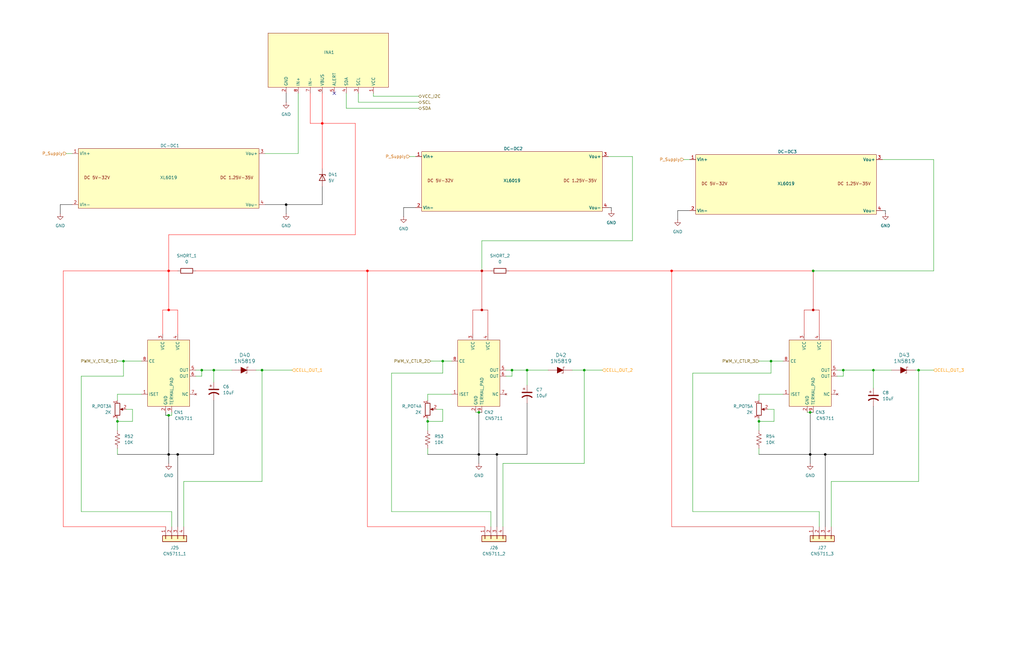
<source format=kicad_sch>
(kicad_sch (version 20231120) (generator "eeschema") (generator_version "8.0")
  (paper "B")
  (title_block (title "BATER-IA") (date "2024-11-03") (rev "001") (company "CETI") (comment 1 "Proyecto de titulacion") (comment 2 "Diseño Electronico y Sistemas Inteligentes"))
  (lib_symbols
    (symbol "CHN_DC_DC:XL6019_Module"
      (property "Reference" "DC-DC1" (at 0.508 13.462 0))
      (property "Value" "XL6019" (at 0 0 0))
      (property "Footprint" "CHN_DCDC:XL6019 MODULE" (at 0 -1.27 0))
      (symbol "XL6019_Module_1_1"
        (rectangle (start -38.1 12.192) (end 38.1 -12.954) (fill (type background)))
        (text "DC 1.25V-35V" (at 28.702 0 0) (effects (font (size 1.27 1.27))))
        (text "DC 5V-32V" (at -30.226 0 0) (effects (font (size 1.27 1.27))))
        (pin input line (at -40.64 10.16 0) (length 2.54) (name "Vin+") (number "1"))
        (pin input line (at -40.64 -11.43 0) (length 2.54) (name "Vin-") (number "2"))
        (pin output line (at 40.64 10.16 180) (length 2.54) (name "Vou+") (number "3"))
        (pin output line (at 40.64 -11.43 180) (length 2.54) (name "Vou-") (number "4"))
      )
    )
    (symbol "CN5711_2"
      (property "Reference" "CN5711" (at 0 0 0))
      (symbol "CN5711_2_1_0"
        (pin output line (at 1.27 -16.51 90) (length 2.54) (name "TERMAL_PAD") (number "9"))
      )
      (symbol "CN5711_2_1_1"
        (rectangle (start -8.89 13.97) (end 8.89 -13.97) (fill (type background)))
        (pin input line (at -11.43 -8.89 0) (length 2.54) (name "ISET") (number "1"))
        (pin output line (at -1.27 -16.51 90) (length 2.54) (name "GND") (number "2"))
        (pin input line (at -2.54 16.51 270) (length 2.54) (name "VCC") (number "3"))
        (pin input line (at 3.81 16.51 270) (length 2.54) (name "VCC") (number "4"))
        (pin output line (at 11.43 1.27 180) (length 2.54) (name "OUT") (number "5"))
        (pin output line (at 11.43 -1.27 180) (length 2.54) (name "OUT") (number "6"))
        (pin no_connect line (at 11.43 -8.89 180) (length 2.54) (name "NC") (number "7"))
        (pin input line (at -11.43 5.08 0) (length 2.54) (name "CE") (number "8"))
      )
    )
    (symbol "Connector_Generic:Conn_01x04" (pin_names (offset 1.016) hide)
      (property "Reference" "J" (at 0 5.08 0))
      (property "Value" "Conn_01x04" (at 0 -7.62 0))
      (symbol "Conn_01x04_1_1"
        (rectangle (start -1.27 -4.953) (end 0 -5.207) (stroke (width 0.1524)))
        (rectangle (start -1.27 -2.413) (end 0 -2.667) (stroke (width 0.1524)))
        (rectangle (start -1.27 0.127) (end 0 -0.127) (stroke (width 0.1524)))
        (rectangle (start -1.27 2.667) (end 0 2.413) (stroke (width 0.1524)))
        (rectangle (start -1.27 3.81) (end 1.27 -6.35) (stroke (width 0.254)) (fill (type background)))
        (pin passive line (at -5.08 2.54 0) (length 3.81) (name "Pin_1") (number "1"))
        (pin passive line (at -5.08 0 0) (length 3.81) (name "Pin_2") (number "2"))
        (pin passive line (at -5.08 -2.54 0) (length 3.81) (name "Pin_3") (number "3"))
        (pin passive line (at -5.08 -5.08 0) (length 3.81) (name "Pin_4") (number "4"))
      )
    )
    (symbol "Device:C_Polarized_US" (pin_numbers hide) (pin_names (offset 0.254) hide)
      (property "Reference" "C" (at 0.635 2.54 0))
      (property "Value" "C_Polarized_US" (at 0.635 -2.54 0))
      (symbol "C_Polarized_US_0_1"
        (polyline (pts (xy -2.032 0.762) (xy 2.032 0.762)) (stroke (width 0.508)))
        (polyline (pts (xy -1.778 2.286) (xy -0.762 2.286)))
        (polyline (pts (xy -1.27 1.778) (xy -1.27 2.794)))
        (arc (start 2.032 -1.27) (mid 0 -0.5572) (end -2.032 -1.27) (stroke (width 0.508)))
      )
      (symbol "C_Polarized_US_1_1"
        (pin passive line (at 0 3.81 270) (length 2.794) (name "~") (number "1"))
        (pin passive line (at 0 -3.81 90) (length 3.302) (name "~") (number "2"))
      )
    )
    (symbol "Device:D_Zener" (pin_numbers hide) (pin_names (offset 1.016) hide)
      (property "Reference" "D" (at 0 2.54 0))
      (property "Value" "D_Zener" (at 0 -2.54 0))
      (symbol "D_Zener_0_1"
        (polyline (pts (xy 1.27 0) (xy -1.27 0)))
        (polyline (pts (xy -1.27 -1.27) (xy -1.27 1.27) (xy -0.762 1.27)) (stroke (width 0.254)))
        (polyline (pts (xy 1.27 -1.27) (xy 1.27 1.27) (xy -1.27 0) (xy 1.27 -1.27)) (stroke (width 0.254)))
      )
      (symbol "D_Zener_1_1"
        (pin passive line (at -3.81 0 0) (length 2.54) (name "K") (number "1"))
        (pin passive line (at 3.81 0 180) (length 2.54) (name "A") (number "2"))
      )
    )
    (symbol "Device:R" (pin_numbers hide) (pin_names (offset 0))
      (property "Reference" "R" (at 2.032 0 90))
      (property "Value" "R" (at 0 0 90))
      (symbol "R_0_1"
        (rectangle (start -1.016 -2.54) (end 1.016 2.54) (stroke (width 0.254)))
      )
      (symbol "R_1_1"
        (pin passive line (at 0 3.81 270) (length 1.27) (name "~") (number "1"))
        (pin passive line (at 0 -3.81 90) (length 1.27) (name "~") (number "2"))
      )
    )
    (symbol "Device:R_Potentiometer_Dual_Separate" (pin_names (offset 1.016) hide)
      (property "Reference" "RV" (at -4.445 0 90))
      (property "Value" "R_Potentiometer_Dual_Separate" (at -2.54 0 90))
      (symbol "R_Potentiometer_Dual_Separate_0_1"
        (polyline (pts (xy 2.54 0) (xy 1.524 0)))
        (polyline (pts (xy 1.143 0) (xy 2.286 0.508) (xy 2.286 -0.508) (xy 1.143 0)) (fill (type outline)))
        (rectangle (start 1.016 2.54) (end -1.016 -2.54) (stroke (width 0.254)))
      )
      (symbol "R_Potentiometer_Dual_Separate_1_1"
        (pin passive line (at 0 3.81 270) (length 1.27) (name "1") (number "1"))
        (pin passive line (at 3.81 0 180) (length 1.27) (name "2") (number "2"))
        (pin passive line (at 0 -3.81 90) (length 1.27) (name "3") (number "3"))
      )
      (symbol "R_Potentiometer_Dual_Separate_2_1"
        (pin passive line (at 0 3.81 270) (length 1.27) (name "4") (number "4"))
        (pin passive line (at 3.81 0 180) (length 1.27) (name "5") (number "5"))
        (pin passive line (at 0 -3.81 90) (length 1.27) (name "6") (number "6"))
      )
    )
    (symbol "Device:R_US" (pin_numbers hide) (pin_names (offset 0))
      (property "Reference" "R" (at 2.54 0 90))
      (property "Value" "R_US" (at -2.54 0 90))
      (symbol "R_US_0_1"
        (polyline (pts (xy 0 -2.286) (xy 0 -2.54)))
        (polyline (pts (xy 0 2.286) (xy 0 2.54)))
        (polyline (pts (xy 0 -0.762) (xy 1.016 -1.143) (xy 0 -1.524) (xy -1.016 -1.905) (xy 0 -2.286)))
        (polyline (pts (xy 0 0.762) (xy 1.016 0.381) (xy 0 0) (xy -1.016 -0.381) (xy 0 -0.762)))
        (polyline (pts (xy 0 2.286) (xy 1.016 1.905) (xy 0 1.524) (xy -1.016 1.143) (xy 0 0.762)))
      )
      (symbol "R_US_1_1"
        (pin passive line (at 0 3.81 270) (length 1.27) (name "~") (number "1"))
        (pin passive line (at 0 -3.81 90) (length 1.27) (name "~") (number "2"))
      )
    )
    (symbol "GENERIC_MODULES:INA226_Module"
      (property "Reference" "INA1" (at -2.54 14.732 0))
      (symbol "INA226_Module_1_1"
        (rectangle (start -25.4 22.86) (end 25.4 0) (fill (type background)))
        (pin input line (at -19.05 -2.54 90) (length 2.54) (name "VCC") (number "1"))
        (pin output line (at 17.78 -2.54 90) (length 2.54) (name "GND") (number "2"))
        (pin input line (at -12.7 -2.54 90) (length 2.54) (name "SCL") (number "3"))
        (pin input line (at -7.62 -2.54 90) (length 2.54) (name "SDA") (number "4"))
        (pin input line (at -2.54 -2.54 90) (length 2.54) (name "ALERT") (number "5"))
        (pin input line (at 2.54 -2.54 90) (length 2.54) (name "VBUS") (number "6"))
        (pin input line (at 7.62 -2.54 90) (length 2.54) (name "IN-") (number "7"))
        (pin input line (at 12.7 -2.54 90) (length 2.54) (name "IN+") (number "8"))
      )
    )
    (symbol "MySymbols:CN5711"
      (property "Reference" "CN5711" (at 0 0 0))
      (symbol "CN5711_1_0"
        (pin output line (at 1.27 -16.51 90) (length 2.54) (name "TERMAL_PAD") (number "9"))
      )
      (symbol "CN5711_1_1"
        (rectangle (start -8.89 13.97) (end 8.89 -13.97) (fill (type background)))
        (pin input line (at -11.43 -8.89 0) (length 2.54) (name "ISET") (number "1"))
        (pin output line (at -1.27 -16.51 90) (length 2.54) (name "GND") (number "2"))
        (pin input line (at -2.54 16.51 270) (length 2.54) (name "VCC") (number "3"))
        (pin input line (at 3.81 16.51 270) (length 2.54) (name "VCC") (number "4"))
        (pin output line (at 11.43 1.27 180) (length 2.54) (name "OUT") (number "5"))
        (pin output line (at 11.43 -1.27 180) (length 2.54) (name "OUT") (number "6"))
        (pin no_connect line (at 11.43 -8.89 180) (length 2.54) (name "NC") (number "7"))
        (pin input line (at -11.43 5.08 0) (length 2.54) (name "CE") (number "8"))
      )
    )
    (symbol "dk_Diodes-Rectifiers-Single:1N5819" (pin_numbers hide) (pin_names (offset 0) hide)
      (property "Reference" "D" (at 0 2.54 0))
      (property "Value" "1N5819" (at 0 -3.81 0))
      (symbol "1N5819_0_1"
        (polyline (pts (xy 1.27 -1.27) (xy 0.635 -1.27)))
        (polyline (pts (xy 1.27 1.27) (xy 1.27 -1.27)))
        (polyline (pts (xy 1.27 1.27) (xy 1.905 1.27)))
        (polyline (pts (xy -1.27 1.27) (xy -1.27 -1.27) (xy 1.27 0) (xy -1.27 1.27)) (fill (type outline)))
      )
      (symbol "1N5819_1_1"
        (pin passive line (at -5.08 0 0) (length 3.81) (name "~") (number "A"))
        (pin passive line (at 5.08 0 180) (length 3.81) (name "~") (number "K"))
      )
    )
    (symbol "power:GND" (power) (pin_numbers hide) (pin_names (offset 0) hide)
      (property "Value" "GND" (at 0 -3.81 0))
      (symbol "GND_0_1"
        (polyline (pts (xy 0 0) (xy 0 -1.27) (xy 1.27 -1.27) (xy 0 -2.54) (xy -1.27 -1.27) (xy 0 -1.27)))
      )
      (symbol "GND_1_1"
        (pin power_in line (at 0 0 270) (length 0) (name "~") (number "1"))
      )
    )
  )
  (junction (at 203.2 130.81) (color 194 0 0 1))
  (junction (at 355.6 156.21))
  (junction (at 215.9 156.21))
  (junction (at 120.65 86.36) (color 0 0 0 1))
  (junction (at 154.94 114.3) (color 255 0 0 1))
  (junction (at 222.25 156.21))
  (junction (at 387.35 156.21))
  (junction (at 71.12 114.3) (color 255 0 0 1))
  (junction (at 368.3 156.21))
  (junction (at 347.98 191.77) (color 0 0 0 1))
  (junction (at 341.63 173.99))
  (junction (at 110.49 156.21))
  (junction (at 74.93 191.77) (color 0 0 0 1))
  (junction (at 49.53 177.8))
  (junction (at 180.34 177.8))
  (junction (at 283.21 114.3) (color 255 0 0 1))
  (junction (at 71.12 191.77) (color 0 0 0 1))
  (junction (at 201.93 191.77) (color 0 0 0 1))
  (junction (at 201.93 173.99))
  (junction (at 320.04 177.8))
  (junction (at 203.2 114.3) (color 194 0 0 1))
  (junction (at 325.12 152.4))
  (junction (at 71.12 130.81) (color 255 0 0 1))
  (junction (at 71.12 175.26))
  (junction (at 52.07 152.4))
  (junction (at 85.09 156.21))
  (junction (at 342.9 130.81) (color 194 0 0 1))
  (junction (at 186.69 152.4))
  (junction (at 90.17 156.21))
  (junction (at 341.63 191.77) (color 0 0 0 1))
  (junction (at 209.55 191.77) (color 0 0 0 1))
  (junction (at 246.38 156.21))
  (junction (at 342.9 114.3))
  (junction (at 135.89 52.07) (color 255 0 0 1))
  (no_connect (at 140.97 39.37))
  (wire (pts (xy 246.38 156.21) (xy 254 156.21)))
  (wire (pts (xy 387.35 203.2) (xy 387.35 156.21)))
  (wire (pts (xy 180.34 177.8) (xy 180.34 181.61)))
  (wire (pts (xy 180.34 166.37) (xy 180.34 168.91)))
  (wire (pts (xy 25.4 86.36) (xy 30.48 86.36)) (stroke (width 0) (color 0 0 0 1)))
  (wire (pts (xy 320.04 166.37) (xy 320.04 168.91)))
  (wire (pts (xy 74.93 191.77) (xy 74.93 222.25)) (stroke (width 0) (color 0 0 0 1)))
  (wire (pts (xy 125.73 64.77) (xy 111.76 64.77)))
  (wire (pts (xy 52.07 158.75) (xy 52.07 152.4)))
  (wire (pts (xy 330.2 166.37) (xy 320.04 166.37)))
  (wire (pts (xy 215.9 156.21) (xy 215.9 158.75)))
  (wire (pts (xy 186.69 157.48) (xy 186.69 152.4)))
  (wire (pts (xy 151.13 43.18) (xy 176.53 43.18)))
  (wire (pts (xy 201.93 173.99) (xy 203.2 173.99)) (stroke (width 0) (color 0 0 0 1)))
  (wire (pts (xy 222.25 170.18) (xy 222.25 191.77)) (stroke (width 0) (color 0 0 0 1)))
  (wire (pts (xy 222.25 156.21) (xy 231.14 156.21)))
  (wire (pts (xy 214.63 114.3) (xy 283.21 114.3)) (stroke (width 0) (color 255 0 0 1)))
  (wire (pts (xy 201.93 173.99) (xy 201.93 191.77)) (stroke (width 0) (color 0 0 0 1)))
  (wire (pts (xy 368.3 156.21) (xy 368.3 163.83)))
  (wire (pts (xy 213.36 158.75) (xy 215.9 158.75)))
  (wire (pts (xy 26.67 114.3) (xy 71.12 114.3)) (stroke (width 0) (color 255 0 0 1)))
  (wire (pts (xy 368.3 171.45) (xy 368.3 191.77)) (stroke (width 0) (color 0 0 0 1)))
  (wire (pts (xy 111.76 86.36) (xy 120.65 86.36)) (stroke (width 0) (color 0 0 0 1)))
  (wire (pts (xy 340.36 173.99) (xy 341.63 173.99)))
  (wire (pts (xy 71.12 130.81) (xy 71.12 114.3)) (stroke (width 0) (color 255 0 0 1)))
  (wire (pts (xy 69.85 222.25) (xy 26.67 222.25)) (stroke (width 0) (color 255 0 0 1)))
  (wire (pts (xy 292.1 215.9) (xy 292.1 157.48)))
  (wire (pts (xy 85.09 156.21) (xy 90.17 156.21)))
  (wire (pts (xy 172.72 66.04) (xy 175.26 66.04)))
  (wire (pts (xy 120.65 39.37) (xy 120.65 43.18)) (stroke (width 0) (color 0 0 0 1)))
  (wire (pts (xy 71.12 130.81) (xy 74.93 130.81)) (stroke (width 0) (color 255 0 0 1)))
  (wire (pts (xy 205.74 140.97) (xy 205.74 130.81)) (stroke (width 0) (color 194 0 0 1)))
  (wire (pts (xy 256.54 87.63) (xy 257.81 87.63)) (stroke (width 0) (color 0 0 0 1)))
  (wire (pts (xy 256.54 66.04) (xy 266.7 66.04)))
  (wire (pts (xy 157.48 40.64) (xy 176.53 40.64)))
  (wire (pts (xy 154.94 222.25) (xy 154.94 114.3)) (stroke (width 0) (color 255 0 0 1)))
  (wire (pts (xy 135.89 78.74) (xy 135.89 86.36)) (stroke (width 0) (color 0 0 0 1)))
  (wire (pts (xy 387.35 156.21) (xy 393.7 156.21)))
  (wire (pts (xy 170.18 91.44) (xy 170.18 87.63)) (stroke (width 0) (color 0 0 0 1)))
  (wire (pts (xy 59.69 166.37) (xy 49.53 166.37)))
  (wire (pts (xy 181.61 152.4) (xy 186.69 152.4)))
  (wire (pts (xy 110.49 156.21) (xy 123.19 156.21)))
  (wire (pts (xy 146.05 39.37) (xy 146.05 45.72)))
  (wire (pts (xy 49.53 152.4) (xy 52.07 152.4)))
  (wire (pts (xy 200.66 173.99) (xy 201.93 173.99)))
  (wire (pts (xy 135.89 52.07) (xy 135.89 71.12)) (stroke (width 0) (color 255 0 0 1)))
  (wire (pts (xy 149.86 99.06) (xy 71.12 99.06)) (stroke (width 0) (color 255 0 0 1)))
  (wire (pts (xy 373.38 88.9) (xy 373.38 90.17)) (stroke (width 0) (color 0 0 0 1)))
  (wire (pts (xy 341.63 173.99) (xy 342.9 173.99)) (stroke (width 0) (color 0 0 0 1)))
  (wire (pts (xy 355.6 156.21) (xy 368.3 156.21)))
  (wire (pts (xy 342.9 130.81) (xy 345.44 130.81)) (stroke (width 0) (color 194 0 0 1)))
  (wire (pts (xy 186.69 177.8) (xy 180.34 177.8)))
  (wire (pts (xy 135.89 52.07) (xy 149.86 52.07)) (stroke (width 0) (color 255 0 0 1)))
  (wire (pts (xy 222.25 191.77) (xy 209.55 191.77)) (stroke (width 0) (color 0 0 0 1)))
  (wire (pts (xy 199.39 130.81) (xy 203.2 130.81)) (stroke (width 0) (color 194 0 0 1)))
  (wire (pts (xy 90.17 156.21) (xy 90.17 161.29)))
  (wire (pts (xy 209.55 191.77) (xy 201.93 191.77)) (stroke (width 0) (color 0 0 0 1)))
  (wire (pts (xy 341.63 191.77) (xy 341.63 195.58)) (stroke (width 0) (color 0 0 0 1)))
  (wire (pts (xy 82.55 114.3) (xy 154.94 114.3)) (stroke (width 0) (color 255 0 0 1)))
  (wire (pts (xy 342.9 130.81) (xy 342.9 114.3)) (stroke (width 0) (color 194 0 0 1)))
  (wire (pts (xy 347.98 191.77) (xy 347.98 222.25)) (stroke (width 0) (color 0 0 0 1)))
  (wire (pts (xy 82.55 156.21) (xy 85.09 156.21)))
  (wire (pts (xy 292.1 157.48) (xy 325.12 157.48)))
  (wire (pts (xy 342.9 222.25) (xy 283.21 222.25)) (stroke (width 0) (color 194 0 0 1)))
  (wire (pts (xy 53.34 172.72) (xy 55.88 172.72)))
  (wire (pts (xy 77.47 203.2) (xy 110.49 203.2)))
  (wire (pts (xy 49.53 177.8) (xy 49.53 181.61)))
  (wire (pts (xy 34.29 215.9) (xy 34.29 158.75)))
  (wire (pts (xy 201.93 191.77) (xy 180.34 191.77)) (stroke (width 0) (color 0 0 0 1)))
  (wire (pts (xy 353.06 158.75) (xy 355.6 158.75)))
  (wire (pts (xy 350.52 222.25) (xy 350.52 203.2)))
  (wire (pts (xy 203.2 114.3) (xy 207.01 114.3)) (stroke (width 0) (color 255 0 0 1)))
  (wire (pts (xy 246.38 195.58) (xy 246.38 156.21)))
  (wire (pts (xy 368.3 191.77) (xy 347.98 191.77)) (stroke (width 0) (color 0 0 0 1)))
  (wire (pts (xy 149.86 52.07) (xy 149.86 99.06)) (stroke (width 0) (color 255 0 0 1)))
  (wire (pts (xy 283.21 114.3) (xy 342.9 114.3)) (stroke (width 0) (color 255 0 0 1)))
  (wire (pts (xy 203.2 130.81) (xy 205.74 130.81)) (stroke (width 0) (color 194 0 0 1)))
  (wire (pts (xy 77.47 222.25) (xy 77.47 203.2)))
  (wire (pts (xy 368.3 156.21) (xy 375.92 156.21)))
  (wire (pts (xy 120.65 86.36) (xy 120.65 90.17)) (stroke (width 0) (color 0 0 0 1)))
  (wire (pts (xy 345.44 215.9) (xy 292.1 215.9)))
  (wire (pts (xy 341.63 191.77) (xy 320.04 191.77)) (stroke (width 0) (color 0 0 0 1)))
  (wire (pts (xy 345.44 140.97) (xy 345.44 130.81)) (stroke (width 0) (color 194 0 0 1)))
  (wire (pts (xy 285.75 92.71) (xy 285.75 88.9)) (stroke (width 0) (color 0 0 0 1)))
  (wire (pts (xy 323.85 172.72) (xy 326.39 172.72)))
  (wire (pts (xy 90.17 156.21) (xy 97.79 156.21)))
  (wire (pts (xy 212.09 195.58) (xy 212.09 222.25)))
  (wire (pts (xy 186.69 152.4) (xy 190.5 152.4)))
  (wire (pts (xy 71.12 114.3) (xy 74.93 114.3)) (stroke (width 0) (color 255 0 0 1)))
  (wire (pts (xy 49.53 191.77) (xy 71.12 191.77)) (stroke (width 0) (color 0 0 0 1)))
  (wire (pts (xy 135.89 39.37) (xy 135.89 52.07)) (stroke (width 0) (color 255 0 0 1)))
  (wire (pts (xy 199.39 130.81) (xy 199.39 140.97)) (stroke (width 0) (color 194 0 0 1)))
  (wire (pts (xy 186.69 172.72) (xy 186.69 177.8)))
  (wire (pts (xy 72.39 173.99) (xy 72.39 175.26)))
  (wire (pts (xy 201.93 191.77) (xy 201.93 195.58)) (stroke (width 0) (color 0 0 0 1)))
  (wire (pts (xy 325.12 152.4) (xy 330.2 152.4)))
  (wire (pts (xy 213.36 156.21) (xy 215.9 156.21)))
  (wire (pts (xy 68.58 130.81) (xy 71.12 130.81)) (stroke (width 0) (color 255 0 0 1)))
  (wire (pts (xy 353.06 156.21) (xy 355.6 156.21)))
  (wire (pts (xy 82.55 158.75) (xy 85.09 158.75)))
  (wire (pts (xy 154.94 114.3) (xy 203.2 114.3)) (stroke (width 0) (color 255 0 0 1)))
  (wire (pts (xy 266.7 66.04) (xy 266.7 101.6)))
  (wire (pts (xy 320.04 189.23) (xy 320.04 191.77)))
  (wire (pts (xy 69.85 173.99) (xy 69.85 175.26)) (stroke (width 0) (color 0 0 0 1)))
  (wire (pts (xy 209.55 191.77) (xy 209.55 222.25)) (stroke (width 0) (color 0 0 0 1)))
  (wire (pts (xy 372.11 88.9) (xy 373.38 88.9)) (stroke (width 0) (color 0 0 0 1)))
  (wire (pts (xy 71.12 175.26) (xy 71.12 191.77)) (stroke (width 0) (color 0 0 0 1)))
  (wire (pts (xy 180.34 176.53) (xy 180.34 177.8)))
  (wire (pts (xy 26.67 114.3) (xy 26.67 222.25)) (stroke (width 0) (color 255 0 0 1)))
  (wire (pts (xy 49.53 189.23) (xy 49.53 191.77)))
  (wire (pts (xy 74.93 140.97) (xy 74.93 130.81)) (stroke (width 0) (color 255 0 0 1)))
  (wire (pts (xy 52.07 152.4) (xy 59.69 152.4)))
  (wire (pts (xy 180.34 189.23) (xy 180.34 191.77)))
  (wire (pts (xy 347.98 191.77) (xy 341.63 191.77)) (stroke (width 0) (color 0 0 0 1)))
  (wire (pts (xy 151.13 39.37) (xy 151.13 43.18)))
  (wire (pts (xy 215.9 156.21) (xy 222.25 156.21)))
  (wire (pts (xy 165.1 215.9) (xy 165.1 157.48)))
  (wire (pts (xy 288.29 67.31) (xy 290.83 67.31)))
  (wire (pts (xy 25.4 90.17) (xy 25.4 86.36)) (stroke (width 0) (color 0 0 0 1)))
  (wire (pts (xy 49.53 176.53) (xy 49.53 177.8)))
  (wire (pts (xy 386.08 156.21) (xy 387.35 156.21)))
  (wire (pts (xy 71.12 191.77) (xy 71.12 195.58)) (stroke (width 0) (color 0 0 0 1)))
  (wire (pts (xy 212.09 195.58) (xy 246.38 195.58)))
  (wire (pts (xy 157.48 40.64) (xy 157.48 39.37)))
  (wire (pts (xy 90.17 191.77) (xy 74.93 191.77)) (stroke (width 0) (color 0 0 0 1)))
  (wire (pts (xy 125.73 39.37) (xy 125.73 64.77)))
  (wire (pts (xy 130.81 39.37) (xy 130.81 52.07)) (stroke (width 0) (color 255 0 0 1)))
  (wire (pts (xy 190.5 166.37) (xy 180.34 166.37)))
  (wire (pts (xy 320.04 152.4) (xy 325.12 152.4)))
  (wire (pts (xy 184.15 172.72) (xy 186.69 172.72)))
  (wire (pts (xy 71.12 99.06) (xy 71.12 114.3)) (stroke (width 0) (color 255 0 0 1)))
  (wire (pts (xy 49.53 166.37) (xy 49.53 168.91)))
  (wire (pts (xy 325.12 157.48) (xy 325.12 152.4)))
  (wire (pts (xy 72.39 175.26) (xy 71.12 175.26)))
  (wire (pts (xy 283.21 222.25) (xy 283.21 114.3)) (stroke (width 0) (color 255 0 0 1)))
  (wire (pts (xy 339.09 130.81) (xy 342.9 130.81)) (stroke (width 0) (color 194 0 0 1)))
  (wire (pts (xy 27.94 64.77) (xy 30.48 64.77)))
  (wire (pts (xy 203.2 101.6) (xy 203.2 114.3)))
  (wire (pts (xy 34.29 158.75) (xy 52.07 158.75)))
  (wire (pts (xy 204.47 222.25) (xy 154.94 222.25)) (stroke (width 0) (color 255 0 0 1)))
  (wire (pts (xy 55.88 177.8) (xy 49.53 177.8)))
  (wire (pts (xy 355.6 156.21) (xy 355.6 158.75)))
  (wire (pts (xy 393.7 67.31) (xy 393.7 114.3)))
  (wire (pts (xy 135.89 86.36) (xy 120.65 86.36)) (stroke (width 0) (color 0 0 0 1)))
  (wire (pts (xy 55.88 172.72) (xy 55.88 177.8)))
  (wire (pts (xy 90.17 168.91) (xy 90.17 191.77)) (stroke (width 0) (color 0 0 0 1)))
  (wire (pts (xy 350.52 203.2) (xy 387.35 203.2)))
  (wire (pts (xy 257.81 87.63) (xy 257.81 88.9)) (stroke (width 0) (color 0 0 0 1)))
  (wire (pts (xy 320.04 177.8) (xy 320.04 181.61)))
  (wire (pts (xy 165.1 157.48) (xy 186.69 157.48)))
  (wire (pts (xy 339.09 130.81) (xy 339.09 140.97)) (stroke (width 0) (color 194 0 0 1)))
  (wire (pts (xy 71.12 175.26) (xy 69.85 175.26)) (stroke (width 0) (color 0 0 0 1)))
  (wire (pts (xy 72.39 222.25) (xy 72.39 215.9)))
  (wire (pts (xy 68.58 130.81) (xy 68.58 140.97)) (stroke (width 0) (color 255 0 0 1)))
  (wire (pts (xy 326.39 172.72) (xy 326.39 177.8)))
  (wire (pts (xy 320.04 176.53) (xy 320.04 177.8)))
  (wire (pts (xy 341.63 173.99) (xy 341.63 191.77)) (stroke (width 0) (color 0 0 0 1)))
  (wire (pts (xy 222.25 156.21) (xy 222.25 162.56)))
  (wire (pts (xy 110.49 203.2) (xy 110.49 156.21)))
  (wire (pts (xy 372.11 67.31) (xy 393.7 67.31)))
  (wire (pts (xy 285.75 88.9) (xy 290.83 88.9)) (stroke (width 0) (color 0 0 0 1)))
  (wire (pts (xy 342.9 114.3) (xy 393.7 114.3)))
  (wire (pts (xy 207.01 222.25) (xy 207.01 215.9)))
  (wire (pts (xy 146.05 45.72) (xy 176.53 45.72)))
  (wire (pts (xy 130.81 52.07) (xy 135.89 52.07)) (stroke (width 0) (color 255 0 0 1)))
  (wire (pts (xy 203.2 114.3) (xy 203.2 130.81)) (stroke (width 0) (color 194 0 0 1)))
  (wire (pts (xy 266.7 101.6) (xy 203.2 101.6)))
  (wire (pts (xy 107.95 156.21) (xy 110.49 156.21)))
  (wire (pts (xy 345.44 222.25) (xy 345.44 215.9)))
  (wire (pts (xy 207.01 215.9) (xy 165.1 215.9)))
  (wire (pts (xy 326.39 177.8) (xy 320.04 177.8)))
  (wire (pts (xy 72.39 215.9) (xy 34.29 215.9)))
  (wire (pts (xy 71.12 175.26) (xy 69.85 175.26)))
  (wire (pts (xy 74.93 191.77) (xy 71.12 191.77)) (stroke (width 0) (color 0 0 0 1)))
  (wire (pts (xy 85.09 156.21) (xy 85.09 158.75)))
  (wire (pts (xy 241.3 156.21) (xy 246.38 156.21)))
  (wire (pts (xy 170.18 87.63) (xy 175.26 87.63)) (stroke (width 0) (color 0 0 0 1)))
  (hierarchical_label "SDA" (shape bidirectional) (at 176.53 45.72 0))
  (hierarchical_label "VCC_I2C" (shape bidirectional) (at 176.53 40.64 0))
  (hierarchical_label "PWM_V_CTLR_1" (shape input) (at 49.53 152.4 180))
  (hierarchical_label "SCL" (shape bidirectional) (at 176.53 43.18 0))
  (hierarchical_label "PWM_V_CTLR_2" (shape input) (at 181.61 152.4 180))
  (hierarchical_label "P_Supply" (shape input) (at 27.94 64.77 180))
  (hierarchical_label "P_Supply" (shape input) (at 288.29 67.31 180))
  (hierarchical_label "CELL_OUT_3" (shape input) (at 393.7 156.21 0))
  (hierarchical_label "P_Supply" (shape input) (at 172.72 66.04 180))
  (hierarchical_label "PWM_V_CTLR_3" (shape input) (at 320.04 152.4 180))
  (hierarchical_label "CELL_OUT_1" (shape input) (at 123.19 156.21 0))
  (hierarchical_label "CELL_OUT_2" (shape input) (at 254 156.21 0))
  (symbol (lib_id "GENERIC_MODULES:INA226_Module") (at 138.43 36.83 0) (mirror y) (unit 1)
    (property "Reference" "INA1" (at 140.97 22.098 0) (effects (justify left)))
    (property "Value" "INA226" (effects (hide yes)))
    (property "Footprint" "Universal_Modules:INA226 Module" (effects (hide yes)))
  )
  (symbol (lib_id "CHN_DC_DC:XL6019_Module") (at 71.12 74.93 0) (unit 1)
    (property "Reference" "DC-DC1" (at 71.628 61.468 0))
    (property "Value" "XL6019" (at 71.12 74.93 0))
    (property "Footprint" "CHN_DCDC:XL6019 MODULE" (effects (hide yes)))
  )
  (symbol (lib_id "Device:R_Potentiometer_Dual_Separate") (at 180.34 172.72 0) (unit 1)
    (property "Reference" "R_POT4" (at 177.8 171.4499 0) (effects (justify right)))
    (property "Value" "2K" (at 177.8 173.9899 0) (effects (justify right)))
    (property "Footprint" "Potentiometer_THT:Potentiometer_Bourns_3296W_Vertical" (effects (hide yes)))
    (property "Description" "Dual potentiometer, separate units" (effects (hide yes)))
  )
  (symbol (lib_id "power:GND") (at 257.81 88.9 0) (unit 1)
    (property "Reference" "#PWR080" (effects (hide yes)))
    (property "Value" "GND" (at 257.81 93.98 0))
    (property "Description" "Power symbol creates a global label with name \"GND\" , ground" (effects (hide yes)))
  )
  (symbol (lib_id "MySymbols:CN5711") (at 341.63 157.48 0) (unit 1)
    (property "Reference" "CN3" (at 343.8241 173.99 0) (effects (justify left)))
    (property "Value" "CN5711" (at 344.17 176.53 0) (effects (justify left)))
    (property "Footprint" "Package_SO:Texas_HSOP-8-1EP_3.9x4.9mm_P1.27mm_ThermalVias" (effects (hide yes)))
    (property "Datasheet" "https://www.alldatasheet.es/datasheet-pdf/pdf/1133251/CONSONANCE/CN5710.html" (effects (hide yes)))
  )
  (symbol (lib_id "Connector_Generic:Conn_01x04") (at 345.44 227.33 90) (mirror x) (unit 1)
    (property "Reference" "J27" (at 346.71 231.14 90))
    (property "Value" "CN5711_3" (at 346.71 233.68 90))
    (property "Footprint" "Connector_PinSocket_2.54mm:PinSocket_1x04_P2.54mm_Vertical" (effects (hide yes)))
    (property "Description" "Generic connector, single row, 01x04, script generated (kicad-library-utils/schlib/autogen/connector/)" (effects (hide yes)))
  )
  (symbol (lib_id "dk_Diodes-Rectifiers-Single:1N5819") (at 102.87 156.21 0) (unit 1)
    (property "Reference" "D40" (at 103.1875 149.86 0) (effects (font (size 1.524 1.524))))
    (property "Value" "1N5819" (at 103.1875 152.4 0) (effects (font (size 1.524 1.524))))
    (property "Footprint" "Myfoodprints:D_DO-41_SOD81_P9.20mm_Horizontal" (effects (hide yes)))
    (property "Datasheet" "https://www.onsemi.com/pub/Collateral/1N5817-D.PDF" (effects (hide yes)))
    (property "Description" "DIODE SCHOTTKY 40V 1A DO41" (effects (hide yes)))
    (property "Digi-Key_PN" "1N5819FSCT-ND" (effects (hide yes)))
    (property "MPN" "1N5819" (effects (hide yes)))
    (property "Category" "Discrete Semiconductor Products" (effects (hide yes)))
    (property "Family" "Diodes - Rectifiers - Single" (effects (hide yes)))
    (property "DK_Datasheet_Link" "https://www.onsemi.com/pub/Collateral/1N5817-D.PDF" (effects (hide yes)))
    (property "DK_Detail_Page" "/product-detail/en/on-semiconductor/1N5819/1N5819FSCT-ND/965482" (effects (hide yes)))
    (property "Description_1" "DIODE SCHOTTKY 40V 1A DO41" (effects (hide yes)))
    (property "Manufacturer" "ON Semiconductor" (effects (hide yes)))
    (property "Status" "Active" (effects (hide yes)))
  )
  (symbol (lib_id "power:GND") (at 25.4 90.17 0) (unit 1)
    (property "Reference" "#PWR074" (effects (hide yes)))
    (property "Value" "GND" (at 25.4 95.25 0))
    (property "Description" "Power symbol creates a global label with name \"GND\" , ground" (effects (hide yes)))
  )
  (symbol (lib_id "power:GND") (at 201.93 195.58 0) (unit 1)
    (property "Reference" "#PWR079" (effects (hide yes)))
    (property "Value" "GND" (at 201.93 200.66 0))
    (property "Description" "Power symbol creates a global label with name \"GND\" , ground" (effects (hide yes)))
  )
  (symbol (lib_id "Connector_Generic:Conn_01x04") (at 207.01 227.33 90) (mirror x) (unit 1)
    (property "Reference" "J26" (at 208.28 231.14 90))
    (property "Value" "CN5711_2" (at 208.28 233.68 90))
    (property "Footprint" "Connector_PinSocket_2.54mm:PinSocket_1x04_P2.54mm_Vertical" (effects (hide yes)))
    (property "Description" "Generic connector, single row, 01x04, script generated (kicad-library-utils/schlib/autogen/connector/)" (effects (hide yes)))
  )
  (symbol (lib_id "MySymbols:CN5711") (at 201.93 157.48 0) (unit 1)
    (property "Reference" "CN2" (at 204.1241 173.99 0) (effects (justify left)))
    (property "Value" "CN5711" (at 204.47 176.53 0) (effects (justify left)))
    (property "Footprint" "Package_SO:Texas_HSOP-8-1EP_3.9x4.9mm_P1.27mm_ThermalVias" (effects (hide yes)))
    (property "Datasheet" "https://www.alldatasheet.es/datasheet-pdf/pdf/1133251/CONSONANCE/CN5710.html" (effects (hide yes)))
  )
  (symbol (lib_id "Device:C_Polarized_US") (at 222.25 166.37 0) (unit 1)
    (property "Reference" "C7" (at 226.06 164.4649 0) (effects (justify left)))
    (property "Value" "10uF" (at 226.06 167.0049 0) (effects (justify left)))
    (property "Footprint" "Capacitor_THT:C_Radial_D5.0mm_H11.0mm_P2.00mm" (effects (hide yes)))
    (property "Description" "Polarized capacitor, US symbol" (effects (hide yes)))
  )
  (symbol (lib_id "power:GND") (at 373.38 90.17 0) (unit 1)
    (property "Reference" "#PWR083" (effects (hide yes)))
    (property "Value" "GND" (at 373.38 95.25 0))
    (property "Description" "Power symbol creates a global label with name \"GND\" , ground" (effects (hide yes)))
  )
  (symbol (lib_id "power:GND") (at 120.65 43.18 0) (unit 1)
    (property "Reference" "#PWR076" (effects (hide yes)))
    (property "Value" "GND" (at 120.65 48.26 0))
    (property "Description" "Power symbol creates a global label with name \"GND\" , ground" (effects (hide yes)))
  )
  (symbol (lib_name "CN5711_2") (lib_id "MySymbols:CN5711") (at 71.12 157.48 0) (unit 1)
    (property "Reference" "CN1" (at 73.3141 173.99 0) (effects (justify left)))
    (property "Value" "CN5711" (at 73.66 176.53 0) (effects (justify left)))
    (property "Footprint" "Package_SO:Texas_HSOP-8-1EP_3.9x4.9mm_P1.27mm_ThermalVias" (effects (hide yes)))
    (property "Datasheet" "https://www.alldatasheet.es/datasheet-pdf/pdf/1133251/CONSONANCE/CN5710.html" (effects (hide yes)))
  )
  (symbol (lib_id "power:GND") (at 285.75 92.71 0) (unit 1)
    (property "Reference" "#PWR081" (effects (hide yes)))
    (property "Value" "GND" (at 285.75 97.79 0))
    (property "Description" "Power symbol creates a global label with name \"GND\" , ground" (effects (hide yes)))
  )
  (symbol (lib_id "Device:R_US") (at 180.34 185.42 0) (unit 1)
    (property "Reference" "R53" (at 183.2 184.1499 0) (effects (justify left)))
    (property "Value" "10K" (at 183.2 186.6899 0) (effects (justify left)))
    (property "Footprint" "Resistor_THT:R_Axial_DIN0207_L6.3mm_D2.5mm_P7.62mm_Horizontal" (effects (hide yes)))
    (property "Description" "Resistor, US symbol" (effects (hide yes)))
  )
  (symbol (lib_id "dk_Diodes-Rectifiers-Single:1N5819") (at 381 156.21 0) (unit 1)
    (property "Reference" "D43" (at 381.3175 149.86 0) (effects (font (size 1.524 1.524))))
    (property "Value" "1N5819" (at 381.3175 152.4 0) (effects (font (size 1.524 1.524))))
    (property "Footprint" "Myfoodprints:D_DO-41_SOD81_P9.20mm_Horizontal" (effects (hide yes)))
    (property "Datasheet" "https://www.onsemi.com/pub/Collateral/1N5817-D.PDF" (effects (hide yes)))
    (property "Description" "DIODE SCHOTTKY 40V 1A DO41" (effects (hide yes)))
    (property "Digi-Key_PN" "1N5819FSCT-ND" (effects (hide yes)))
    (property "MPN" "1N5819" (effects (hide yes)))
    (property "Category" "Discrete Semiconductor Products" (effects (hide yes)))
    (property "Family" "Diodes - Rectifiers - Single" (effects (hide yes)))
    (property "DK_Datasheet_Link" "https://www.onsemi.com/pub/Collateral/1N5817-D.PDF" (effects (hide yes)))
    (property "DK_Detail_Page" "/product-detail/en/on-semiconductor/1N5819/1N5819FSCT-ND/965482" (effects (hide yes)))
    (property "Description_1" "DIODE SCHOTTKY 40V 1A DO41" (effects (hide yes)))
    (property "Manufacturer" "ON Semiconductor" (effects (hide yes)))
    (property "Status" "Active" (effects (hide yes)))
  )
  (symbol (lib_id "Device:R") (at 78.74 114.3 90) (unit 1)
    (property "Reference" "SHORT_1" (at 78.74 107.95 90))
    (property "Value" "0" (at 78.74 110.49 90))
    (property "Footprint" "Myfoodprints:Short_5.08mm_Drill1.3mm" (effects (hide yes)))
    (property "Description" "Resistor" (effects (hide yes)))
  )
  (symbol (lib_id "Device:C_Polarized_US") (at 90.17 165.1 0) (unit 1)
    (property "Reference" "C6" (at 93.98 163.1949 0) (effects (justify left)))
    (property "Value" "10uF" (at 93.98 165.7349 0) (effects (justify left)))
    (property "Footprint" "Capacitor_THT:C_Radial_D5.0mm_H11.0mm_P2.00mm" (effects (hide yes)))
    (property "Description" "Polarized capacitor, US symbol" (effects (hide yes)))
  )
  (symbol (lib_id "power:GND") (at 71.12 195.58 0) (unit 1)
    (property "Reference" "#PWR075" (effects (hide yes)))
    (property "Value" "GND" (at 71.12 200.66 0))
    (property "Description" "Power symbol creates a global label with name \"GND\" , ground" (effects (hide yes)))
  )
  (symbol (lib_id "Device:D_Zener") (at 135.89 74.93 270) (unit 1)
    (property "Reference" "D41" (at 138.43 73.6599 90) (effects (justify left)))
    (property "Value" "5V" (at 138.43 76.1999 90) (effects (justify left)))
    (property "Footprint" "Diode_THT:D_DO-35_SOD27_P10.16mm_Horizontal" (effects (hide yes)))
    (property "Description" "Zener diode" (effects (hide yes)))
  )
  (symbol (lib_id "Device:C_Polarized_US") (at 368.3 167.64 0) (unit 1)
    (property "Reference" "C8" (at 372.11 165.7349 0) (effects (justify left)))
    (property "Value" "10uF" (at 372.11 168.2749 0) (effects (justify left)))
    (property "Footprint" "Capacitor_THT:C_Radial_D5.0mm_H11.0mm_P2.00mm" (effects (hide yes)))
    (property "Description" "Polarized capacitor, US symbol" (effects (hide yes)))
  )
  (symbol (lib_id "CHN_DC_DC:XL6019_Module") (at 215.9 76.2 0) (unit 1)
    (property "Reference" "DC-DC2" (at 216.408 62.738 0))
    (property "Value" "XL6019" (at 215.9 76.2 0))
    (property "Footprint" "CHN_DCDC:XL6019 MODULE" (effects (hide yes)))
  )
  (symbol (lib_id "Connector_Generic:Conn_01x04") (at 72.39 227.33 90) (mirror x) (unit 1)
    (property "Reference" "J25" (at 73.66 231.14 90))
    (property "Value" "CN5711_1" (at 73.66 233.68 90))
    (property "Footprint" "Connector_PinSocket_2.54mm:PinSocket_1x04_P2.54mm_Vertical" (effects (hide yes)))
    (property "Description" "Generic connector, single row, 01x04, script generated (kicad-library-utils/schlib/autogen/connector/)" (effects (hide yes)))
  )
  (symbol (lib_id "power:GND") (at 170.18 91.44 0) (unit 1)
    (property "Reference" "#PWR078" (effects (hide yes)))
    (property "Value" "GND" (at 170.18 96.52 0))
    (property "Description" "Power symbol creates a global label with name \"GND\" , ground" (effects (hide yes)))
  )
  (symbol (lib_id "Device:R_US") (at 320.04 185.42 0) (unit 1)
    (property "Reference" "R54" (at 322.9 184.1499 0) (effects (justify left)))
    (property "Value" "10K" (at 322.9 186.6899 0) (effects (justify left)))
    (property "Footprint" "Resistor_THT:R_Axial_DIN0207_L6.3mm_D2.5mm_P7.62mm_Horizontal" (effects (hide yes)))
    (property "Description" "Resistor, US symbol" (effects (hide yes)))
  )
  (symbol (lib_id "power:GND") (at 120.65 90.17 0) (unit 1)
    (property "Reference" "#PWR077" (effects (hide yes)))
    (property "Value" "GND" (at 120.65 95.25 0))
    (property "Description" "Power symbol creates a global label with name \"GND\" , ground" (effects (hide yes)))
  )
  (symbol (lib_id "Device:R_Potentiometer_Dual_Separate") (at 49.53 172.72 0) (unit 1)
    (property "Reference" "R_POT3" (at 46.99 171.4499 0) (effects (justify right)))
    (property "Value" "2K" (at 46.99 173.9899 0) (effects (justify right)))
    (property "Footprint" "Potentiometer_THT:Potentiometer_Bourns_3296W_Vertical" (effects (hide yes)))
    (property "Description" "Dual potentiometer, separate units" (effects (hide yes)))
  )
  (symbol (lib_id "Device:R_US") (at 49.53 185.42 0) (unit 1)
    (property "Reference" "R52" (at 52.39 184.1499 0) (effects (justify left)))
    (property "Value" "10K" (at 52.39 186.6899 0) (effects (justify left)))
    (property "Footprint" "Resistor_THT:R_Axial_DIN0207_L6.3mm_D2.5mm_P7.62mm_Horizontal" (effects (hide yes)))
    (property "Description" "Resistor, US symbol" (effects (hide yes)))
  )
  (symbol (lib_id "power:GND") (at 341.63 195.58 0) (unit 1)
    (property "Reference" "#PWR082" (effects (hide yes)))
    (property "Value" "GND" (at 341.63 200.66 0))
    (property "Description" "Power symbol creates a global label with name \"GND\" , ground" (effects (hide yes)))
  )
  (symbol (lib_id "Device:R") (at 210.82 114.3 90) (unit 1)
    (property "Reference" "SHORT_2" (at 210.82 107.95 90))
    (property "Value" "0" (at 210.82 110.49 90))
    (property "Footprint" "Myfoodprints:Short_5.08mm_Drill1.3mm" (effects (hide yes)))
    (property "Description" "Resistor" (effects (hide yes)))
  )
  (symbol (lib_id "CHN_DC_DC:XL6019_Module") (at 331.47 77.47 0) (unit 1)
    (property "Reference" "DC-DC3" (at 331.978 64.008 0))
    (property "Value" "XL6019" (at 331.47 77.47 0))
    (property "Footprint" "CHN_DCDC:XL6019 MODULE" (effects (hide yes)))
  )
  (symbol (lib_id "dk_Diodes-Rectifiers-Single:1N5819") (at 236.22 156.21 0) (unit 1)
    (property "Reference" "D42" (at 236.5375 149.86 0) (effects (font (size 1.524 1.524))))
    (property "Value" "1N5819" (at 236.5375 152.4 0) (effects (font (size 1.524 1.524))))
    (property "Footprint" "Myfoodprints:D_DO-41_SOD81_P9.20mm_Horizontal" (effects (hide yes)))
    (property "Datasheet" "https://www.onsemi.com/pub/Collateral/1N5817-D.PDF" (effects (hide yes)))
    (property "Description" "DIODE SCHOTTKY 40V 1A DO41" (effects (hide yes)))
    (property "Digi-Key_PN" "1N5819FSCT-ND" (effects (hide yes)))
    (property "MPN" "1N5819" (effects (hide yes)))
    (property "Category" "Discrete Semiconductor Products" (effects (hide yes)))
    (property "Family" "Diodes - Rectifiers - Single" (effects (hide yes)))
    (property "DK_Datasheet_Link" "https://www.onsemi.com/pub/Collateral/1N5817-D.PDF" (effects (hide yes)))
    (property "DK_Detail_Page" "/product-detail/en/on-semiconductor/1N5819/1N5819FSCT-ND/965482" (effects (hide yes)))
    (property "Description_1" "DIODE SCHOTTKY 40V 1A DO41" (effects (hide yes)))
    (property "Manufacturer" "ON Semiconductor" (effects (hide yes)))
    (property "Status" "Active" (effects (hide yes)))
  )
  (symbol (lib_id "Device:R_Potentiometer_Dual_Separate") (at 320.04 172.72 0) (unit 1)
    (property "Reference" "R_POT5" (at 317.5 171.4499 0) (effects (justify right)))
    (property "Value" "2K" (at 317.5 173.9899 0) (effects (justify right)))
    (property "Footprint" "Potentiometer_THT:Potentiometer_Bourns_3296W_Vertical" (effects (hide yes)))
    (property "Description" "Dual potentiometer, separate units" (effects (hide yes)))
  )
)
</source>
